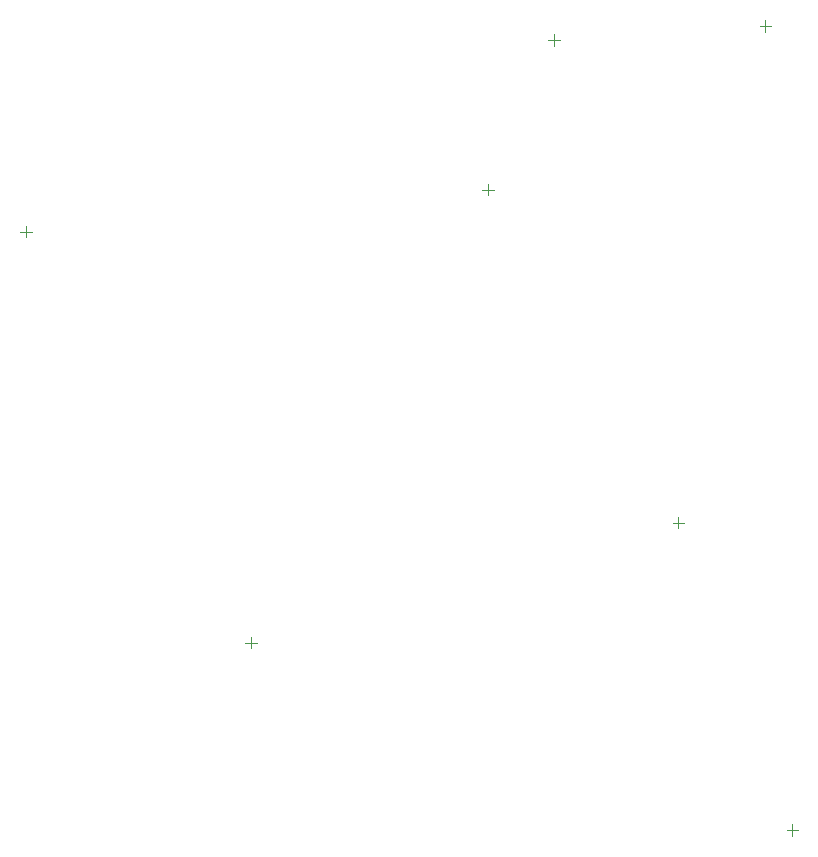
<source format=gbr>
G04 Layer_Color=32768*
%FSLAX44Y44*%
%MOMM*%
%TF.FileFunction,Mechanical*%
%TF.Part,Single*%
G01*
G75*
%ADD71C,0.1000*%
D71*
X696386Y730163D02*
X706386D01*
X701386Y725163D02*
Y735163D01*
X466436Y587008D02*
Y597008D01*
X461436Y592008D02*
X471436D01*
X75276Y551448D02*
Y561448D01*
X70276Y556448D02*
X80276D01*
X622726Y310068D02*
X632726D01*
X627726Y305068D02*
Y315068D01*
X724246Y44718D02*
Y54718D01*
X719246Y49718D02*
X729246D01*
X517316Y718733D02*
X527316D01*
X522316Y713733D02*
Y723733D01*
X260776Y208468D02*
X270776D01*
X265776Y203468D02*
Y213468D01*
%TF.MD5,C0D18EAFD01611BD549E27984DB7D8DD*%
M02*

</source>
